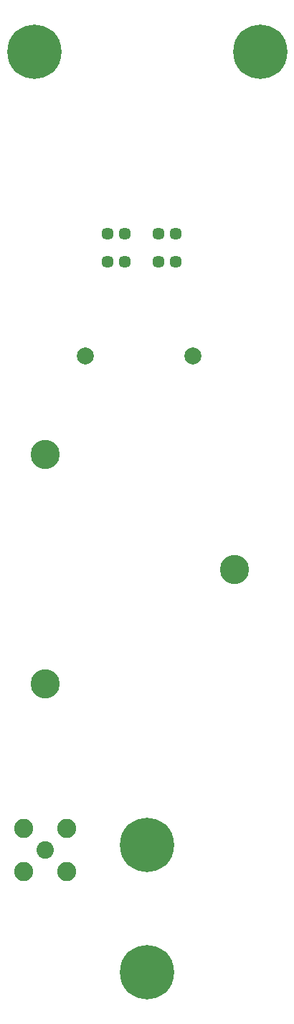
<source format=gbs>
%TF.GenerationSoftware,KiCad,Pcbnew,(5.1.10)-1*%
%TF.CreationDate,2022-05-18T17:56:25+01:00*%
%TF.ProjectId,handifinder,68616e64-6966-4696-9e64-65722e6b6963,rev?*%
%TF.SameCoordinates,Original*%
%TF.FileFunction,Soldermask,Bot*%
%TF.FilePolarity,Negative*%
%FSLAX46Y46*%
G04 Gerber Fmt 4.6, Leading zero omitted, Abs format (unit mm)*
G04 Created by KiCad (PCBNEW (5.1.10)-1) date 2022-05-18 17:56:25*
%MOMM*%
%LPD*%
G01*
G04 APERTURE LIST*
%ADD10C,3.435000*%
%ADD11C,2.000000*%
%ADD12C,2.050000*%
%ADD13C,2.250000*%
%ADD14C,6.400000*%
%ADD15C,0.800000*%
%ADD16C,1.450000*%
G04 APERTURE END LIST*
D10*
%TO.C,BT1*%
X157875000Y-108855000D03*
X135525000Y-122335000D03*
X135525000Y-95365000D03*
D11*
X152965000Y-83765000D03*
X140265000Y-83765000D03*
%TD*%
D12*
%TO.C,J1*%
X135525000Y-141875000D03*
D13*
X138065000Y-144415000D03*
X138065000Y-139335000D03*
X132985000Y-139335000D03*
X132985000Y-144415000D03*
%TD*%
D14*
%TO.C,H1*%
X134255000Y-47895000D03*
D15*
X136655000Y-47895000D03*
X135952056Y-49592056D03*
X134255000Y-50295000D03*
X132557944Y-49592056D03*
X131855000Y-47895000D03*
X132557944Y-46197944D03*
X134255000Y-45495000D03*
X135952056Y-46197944D03*
%TD*%
%TO.C,H2*%
X162622056Y-46197944D03*
X160925000Y-45495000D03*
X159227944Y-46197944D03*
X158525000Y-47895000D03*
X159227944Y-49592056D03*
X160925000Y-50295000D03*
X162622056Y-49592056D03*
X163325000Y-47895000D03*
D14*
X160925000Y-47895000D03*
%TD*%
D16*
%TO.C,S1*%
X142955000Y-72660000D03*
X144955000Y-72660000D03*
X148955000Y-72660000D03*
X150955000Y-72660000D03*
X142955000Y-69360000D03*
X144955000Y-69360000D03*
X148955000Y-69360000D03*
X150955000Y-69360000D03*
%TD*%
D15*
%TO.C,H3*%
X145892944Y-154617944D03*
X145190000Y-156315000D03*
X145892944Y-158012056D03*
X147590000Y-158715000D03*
X149287056Y-158012056D03*
X149990000Y-156315000D03*
X149287056Y-154617944D03*
X147590000Y-153915000D03*
D14*
X147590000Y-156315000D03*
%TD*%
%TO.C,H4*%
X147590000Y-141315000D03*
D15*
X147590000Y-138915000D03*
X149287056Y-139617944D03*
X149990000Y-141315000D03*
X149287056Y-143012056D03*
X147590000Y-143715000D03*
X145892944Y-143012056D03*
X145190000Y-141315000D03*
X145892944Y-139617944D03*
%TD*%
M02*

</source>
